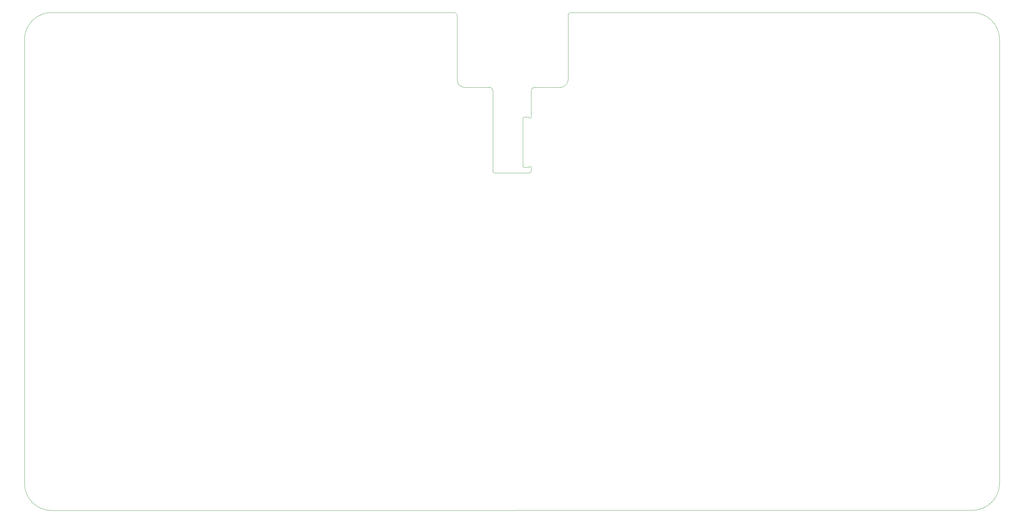
<source format=gm1>
G04 #@! TF.GenerationSoftware,KiCad,Pcbnew,9.0.0*
G04 #@! TF.CreationDate,2025-05-11T16:12:36-07:00*
G04 #@! TF.ProjectId,HE_Leverless_Mainboard,48455f4c-6576-4657-926c-6573735f4d61,rev?*
G04 #@! TF.SameCoordinates,Original*
G04 #@! TF.FileFunction,Profile,NP*
%FSLAX46Y46*%
G04 Gerber Fmt 4.6, Leading zero omitted, Abs format (unit mm)*
G04 Created by KiCad (PCBNEW 9.0.0) date 2025-05-11 16:12:36*
%MOMM*%
%LPD*%
G01*
G04 APERTURE LIST*
G04 #@! TA.AperFunction,Profile*
%ADD10C,0.050000*%
G04 #@! TD*
G04 #@! TA.AperFunction,Profile*
%ADD11C,0.010050*%
G04 #@! TD*
G04 APERTURE END LIST*
D10*
X203021699Y-88905699D02*
G75*
G02*
X204021699Y-87905699I1000001J-1D01*
G01*
X325196699Y-67196701D02*
G75*
G02*
X332696699Y-74696699I1J-7499999D01*
G01*
X70196699Y-205196701D02*
X325196699Y-205155699D01*
X70196700Y-67196701D02*
X181521699Y-67196687D01*
X214196699Y-67196701D02*
X325196700Y-67196701D01*
X213196699Y-68196701D02*
G75*
G02*
X214196699Y-67196699I1000001J1D01*
G01*
X332696699Y-197655698D02*
G75*
G02*
X325196699Y-205155699I-7499999J-2D01*
G01*
X204021700Y-87905699D02*
X211196700Y-87905698D01*
X62696699Y-197696700D02*
X62696699Y-74696701D01*
X70196699Y-205196701D02*
G75*
G02*
X62696699Y-197696700I1J7500001D01*
G01*
X213196700Y-85905698D02*
G75*
G02*
X211196700Y-87905700I-2000000J-2D01*
G01*
X181521699Y-67196687D02*
G75*
G02*
X182521713Y-68196687I1J-1000013D01*
G01*
D11*
X103901725Y-112396700D02*
G75*
G02*
X103891675Y-112396700I-5025J0D01*
G01*
X103891675Y-112396700D02*
G75*
G02*
X103901725Y-112396700I5025J0D01*
G01*
D10*
X332696699Y-74696700D02*
X332696699Y-197655700D01*
X213196698Y-85905698D02*
X213196699Y-68196701D01*
X191371699Y-87905699D02*
G75*
G02*
X192371701Y-88905699I1J-1000001D01*
G01*
X184521700Y-87905699D02*
G75*
G02*
X182521701Y-85905699I0J1999999D01*
G01*
X182521702Y-85905699D02*
X182521699Y-68196687D01*
X62696699Y-74696701D02*
G75*
G02*
X70196700Y-67196699I7500001J1D01*
G01*
X184521700Y-87905699D02*
X191371699Y-87905699D01*
X192371699Y-88905699D02*
X192371699Y-111155699D01*
X200696699Y-96655699D02*
X200696699Y-109655699D01*
X201196699Y-96155699D02*
X202371699Y-96155699D01*
X202371699Y-110155699D02*
X201196699Y-110155699D01*
X202521699Y-111655699D02*
X192871699Y-111655699D01*
X203021699Y-96155699D02*
X203021699Y-88905699D01*
X203021699Y-110155699D02*
X203021699Y-111155699D01*
X192871699Y-111655699D02*
G75*
G02*
X192371699Y-111155699I1J500001D01*
G01*
X200696699Y-96655699D02*
G75*
G02*
X201196699Y-96155699I500000J0D01*
G01*
X201196699Y-110155699D02*
G75*
G02*
X200696699Y-109655699I0J500000D01*
G01*
X202371699Y-110155699D02*
G75*
G02*
X203021699Y-110155699I325000J0D01*
G01*
X203021699Y-96155699D02*
G75*
G02*
X202371699Y-96155699I-325000J0D01*
G01*
X203021699Y-111155699D02*
G75*
G02*
X202521699Y-111655699I-500000J0D01*
G01*
M02*

</source>
